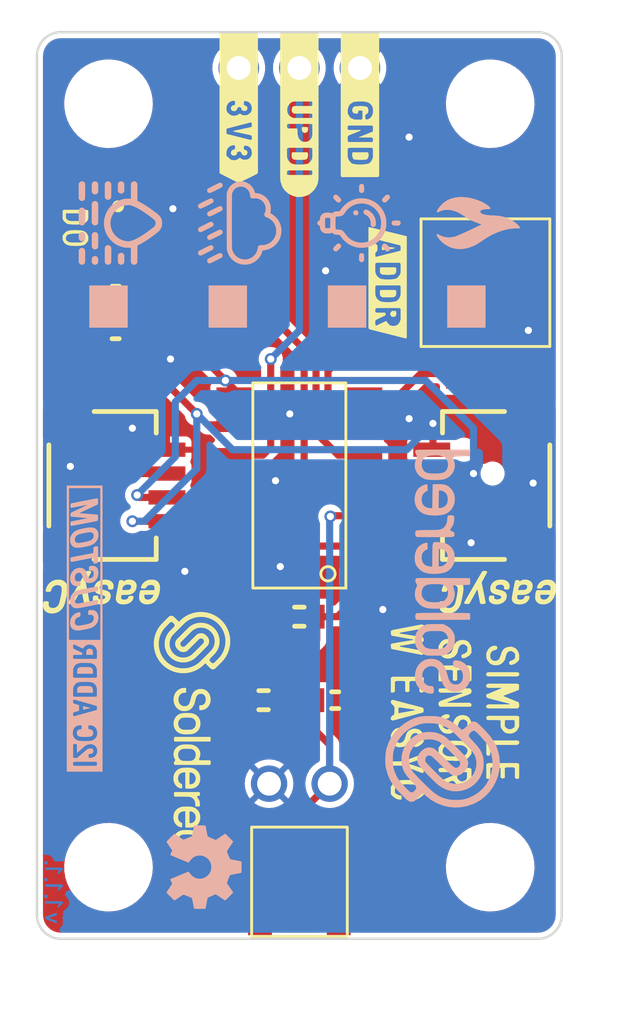
<source format=kicad_pcb>
(kicad_pcb (version 20210623) (generator pcbnew)
  (title_block (title "Light sensor easyC") (date "2021-07-05") (rev "V1.1.1.") (company "SOLDERED") (comment 1 "333076"))
  (layers (0 "F.Cu" signal) (31 "B.Cu" signal) (34 "B.Paste" user) (35 "F.Paste" user) (36 "B.SilkS" user "B.Silkscreen") (37 "F.SilkS" user "F.Silkscreen") (38 "B.Mask" user) (39 "F.Mask" user) (44 "Edge.Cuts" user))
  (net 0 "")
  (net 1 "A0")
  (net 2 "GND")
  (net 3 "3V3")
  (net 4 "Net-(D1-Pad1)")
  (net 5 "SDA")
  (net 6 "SCL")
  (net 7 "UPDI")
  (net 8 "ADD3")
  (net 9 "ADD2")
  (net 10 "ADD1")
  (net 11 "D0")
  (footprint "e-radionica.com footprinti:easyC-connector" (layer "F.Cu") (at 112.1 127.8 90)
    (fp_text reference "K3")
    (fp_text value "easyC-SMD")
    (pad "1" smd rect locked (at -1.5 2.15 90) (size 0.6 1.55) (layers "F.Cu" "F.Paste" "F.Mask") (net 6 "SCL"))
    (pad "2" smd rect locked (at -0.5 2.15 90) (size 0.6 1.55) (layers "F.Cu" "F.Paste" "F.Mask") (net 5 "SDA"))
    (pad "3" smd rect locked (at 0.5 2.15 90) (size 0.6 1.55) (layers "F.Cu" "F.Paste" "F.Mask") (net 3 "3V3"))
    (pad "4" smd rect locked (at 1.5 2.15 90) (size 0.6 1.55) (layers "F.Cu" "F.Paste" "F.Mask") (net 2 "GND"))
    (pad "5" smd rect locked (at -2.6 -2.15 90) (size 1.2 1.8) (layers "F.Cu" "F.Paste" "F.Mask") (net 2 "GND"))
    (pad "5" smd rect locked (at 2.6 -2.15 90) (size 1.2 1.8) (layers "F.Cu" "F.Paste" "F.Mask") (net 2 "GND"))
  )
  (footprint "e-radionica.com footprinti:0603R" (layer "F.Cu") (at 112.1 119.8 180)
    (fp_text reference "R3")
    (fp_text value "10k")
    (pad "1" smd rect locked (at -0.775 0 270) (size 1 0.64) (layers "F.Cu" "F.Paste" "F.Mask") (net 5 "SDA"))
    (pad "2" smd rect locked (at 0.775 0 270) (size 1 0.64) (layers "F.Cu" "F.Paste" "F.Mask") (net 3 "3V3"))
  )
  (footprint "e-radionica.com footprinti:HEADER-UPDI" (layer "F.Cu") (at 119.8 110.3)
    (fp_text reference "K4")
    (fp_text value "HEADER-UPDI")
    (pad "1" thru_hole circle locked (at -2.54 0) (size 1.7 1.7) (drill 1) (layers *.Cu *.Mask) (net 3 "3V3"))
    (pad "2" thru_hole circle locked (at 0 0) (size 1.7 1.7) (drill 1) (layers *.Cu *.Mask) (net 7 "UPDI"))
    (pad "3" thru_hole circle locked (at 2.54 0) (size 1.7 1.7) (drill 1) (layers *.Cu *.Mask) (net 2 "GND"))
  )
  (footprint "e-radionica.com footprinti:0603R" (layer "F.Cu") (at 112.1 121.3 180)
    (fp_text reference "R4")
    (fp_text value "10k")
    (pad "1" smd rect locked (at -0.775 0 270) (size 1 0.64) (layers "F.Cu" "F.Paste" "F.Mask") (net 6 "SCL"))
    (pad "2" smd rect locked (at 0.775 0 270) (size 1 0.64) (layers "F.Cu" "F.Paste" "F.Mask") (net 3 "3V3"))
  )
  (footprint "Soldered Graphics:Logo-Front-easyC-5mm" (layer "F.Cu") (at 111.5 132.3 180)
    (fp_text reference "G***" hide)
    (fp_text value "LOGO" hide)
  )
  (footprint "Soldered Graphics:Logo-Front-SolderedFULL-10mm" (layer "F.Cu") (at 115.3 138.1 -90)
    (fp_text reference "G***" hide)
    (fp_text value "LOGO" hide)
  )
  (footprint "e-radionica.com footprinti:FIDUCIAL_23" (layer "F.Cu") (at 127.8 119 -90)
    (fp_text reference "FD1")
    (fp_text value "FIDUCIAL")
    (fp_circle (center 0 0) (end 1 0) (layer "F.Cu") (width 0.2) (fill none))
    (pad "1" smd circle locked (at 0 0 270) (size 1 1) (layers "F.Cu" "F.Paste" "F.Mask") (clearance 1.1))
  )
  (footprint "e-radionica.com footprinti:0402LED" (layer "F.Cu") (at 111.6 117 90)
    (fp_text reference "D1")
    (fp_text value "purple")
    (pad "1" smd rect locked (at -0.55 0 180) (size 0.75 0.45) (layers "F.Cu" "F.Paste" "F.Mask") (net 4 "Net-(D1-Pad1)"))
    (pad "2" smd rect locked (at 0.55 0 180) (size 0.75 0.45) (layers "F.Cu" "F.Paste" "F.Mask") (net 2 "GND"))
  )
  (footprint "buzzardLabel" (layer "F.Cu") (at 126.3 137.3 -90)
    (fp_text reference "" (at 0 0 90) (layer "F.SilkS") (effects (font (size 1.27 1.27))))
    (fp_text value "" (at 0 0 90) (layer "F.SilkS") (effects (font (size 1.27 1.27))))
  )
  (footprint "e-radionica.com footprinti:JST-SH_2pin_1mm_C145954" (layer "F.Cu") (at 119.8 144.8)
    (fp_text reference "K1")
    (fp_text value "JST-SH_2pin_1mm_C145954")
    (pad "" smd rect (at 1.65 0.95) (size 1 1.8) (layers "F.Cu" "F.Paste" "F.Mask"))
    (pad "" smd rect (at -1.65 0.95) (size 1 1.8) (layers "F.Cu" "F.Paste" "F.Mask"))
    (pad "1" smd rect (at 0.5 -2.5) (size 0.4 1.6) (layers "F.Cu" "F.Paste" "F.Mask") (net 1 "A0"))
    (pad "2" smd rect (at -0.5 -2.5) (size 0.4 1.6) (layers "F.Cu" "F.Paste" "F.Mask") (net 2 "GND"))
  )
  (footprint "e-radionica.com footprinti:HOLE_3.2mm" (layer "F.Cu") (at 111.8 143.8 -90)
    (fp_text reference "H2" hide)
    (fp_text value "HOLE_3.2mm" hide)
    (pad "" np_thru_hole circle locked (at 0 0 270) (size 3.2 3.2) (drill 3.2) (layers F&B.Cu *.Mask))
  )
  (footprint "buzzardLabel" (layer "F.Cu") (at 119.8 108.4 -90)
    (fp_text reference "" (at 0 0 90) (layer "F.SilkS") (effects (font (size 1.27 1.27))))
    (fp_text value "" (at 0 0 90) (layer "F.SilkS") (effects (font (size 1.27 1.27))))
  )
  (footprint "e-radionica.com footprinti:0402R" (layer "F.Cu") (at 113 117 90)
    (fp_text reference "R2")
    (fp_text value "2k2")
    (pad "1" smd rect locked (at -0.5 0 180) (size 0.64 0.54) (layers "F.Cu" "F.Paste" "F.Mask") (net 11 "D0"))
    (pad "2" smd rect locked (at 0.5 0 180) (size 0.64 0.54) (layers "F.Cu" "F.Paste" "F.Mask") (net 4 "Net-(D1-Pad1)"))
  )
  (footprint "e-radionica.com footprinti:SOIC-14" (layer "F.Cu") (at 119.8 127.8 180)
    (fp_text reference "U1")
    (fp_text value "ATTINY404-SSNR")
    (pad "1" smd rect locked (at -2.7 -3.81 180) (size 1.55 0.6) (layers "F.Cu" "F.Paste" "F.Mask") (net 3 "3V3"))
    (pad "2" smd rect locked (at -2.7 -2.54 180) (size 1.55 0.6) (layers "F.Cu" "F.Paste" "F.Mask") (net 11 "D0"))
    (pad "3" smd rect locked (at -2.7 -1.27 180) (size 1.55 0.6) (layers "F.Cu" "F.Paste" "F.Mask") (net 1 "A0"))
    (pad "4" smd rect locked (at -2.7 0 180) (size 1.55 0.6) (layers "F.Cu" "F.Paste" "F.Mask"))
    (pad "5" smd rect locked (at -2.7 1.27 180) (size 1.55 0.6) (layers "F.Cu" "F.Paste" "F.Mask") (net 8 "ADD3"))
    (pad "6" smd rect locked (at -2.7 2.54 180) (size 1.55 0.6) (layers "F.Cu" "F.Paste" "F.Mask") (net 9 "ADD2"))
    (pad "7" smd rect locked (at -2.7 3.81 180) (size 1.55 0.6) (layers "F.Cu" "F.Paste" "F.Mask") (net 10 "ADD1"))
    (pad "8" smd rect locked (at 2.7 3.81 180) (size 1.55 0.6) (layers "F.Cu" "F.Paste" "F.Mask") (net 5 "SDA"))
    (pad "9" smd rect locked (at 2.7 2.54 180) (size 1.55 0.6) (layers "F.Cu" "F.Paste" "F.Mask") (net 6 "SCL"))
    (pad "10" smd rect locked (at 2.7 1.27 180) (size 1.55 0.6) (layers "F.Cu" "F.Paste" "F.Mask") (net 7 "UPDI"))
    (pad "11" smd rect locked (at 2.7 0 180) (size 1.55 0.6) (layers "F.Cu" "F.Paste" "F.Mask"))
    (pad "12" smd rect locked (at 2.7 -1.27 180) (size 1.55 0.6) (layers "F.Cu" "F.Paste" "F.Mask"))
    (pad "13" smd rect locked (at 2.7 -2.54 180) (size 1.55 0.6) (layers "F.Cu" "F.Paste" "F.Mask"))
    (pad "14" smd rect locked (at 2.7 -3.81 180) (size 1.55 0.6) (layers "F.Cu" "F.Paste" "F.Mask") (net 2 "GND"))
  )
  (footprint "Soldered Graphics:Logo-Back-OSH-3.5mm" (layer "F.Cu") (at 115.8 143.8 -90)
    (fp_text reference "G***" hide)
    (fp_text value "LOGO" hide)
  )
  (footprint "Soldered Graphics:Logo-Front-easyC-5mm" (layer "F.Cu") (at 128.1 132.3 180)
    (fp_text reference "G***" hide)
    (fp_text value "LOGO" hide)
  )
  (footprint "e-radionica.com footprinti:HOLE_3.2mm" (layer "F.Cu") (at 127.8 143.8 -90)
    (fp_text reference "H4" hide)
    (fp_text value "HOLE_3.2mm" hide)
    (pad "" np_thru_hole circle locked (at 0 0 270) (size 3.2 3.2) (drill 3.2) (layers F&B.Cu *.Mask))
  )
  (footprint "e-radionica.com footprinti:easyC-connector" (layer "F.Cu") (at 127.5 127.8 -90)
    (fp_text reference "K5")
    (fp_text value "easyC-SMD")
    (pad "1" smd rect locked (at -1.5 2.15 270) (size 0.6 1.55) (layers "F.Cu" "F.Paste" "F.Mask") (net 6 "SCL"))
    (pad "2" smd rect locked (at -0.5 2.15 270) (size 0.6 1.55) (layers "F.Cu" "F.Paste" "F.Mask") (net 5 "SDA"))
    (pad "3" smd rect locked (at 0.5 2.15 270) (size 0.6 1.55) (layers "F.Cu" "F.Paste" "F.Mask") (net 3 "3V3"))
    (pad "4" smd rect locked (at 1.5 2.15 270) (size 0.6 1.55) (layers "F.Cu" "F.Paste" "F.Mask") (net 2 "GND"))
    (pad "5" smd rect locked (at -2.6 -2.15 270) (size 1.2 1.8) (layers "F.Cu" "F.Paste" "F.Mask") (net 2 "GND"))
    (pad "5" smd rect locked (at 2.6 -2.15 270) (size 1.2 1.8) (layers "F.Cu" "F.Paste" "F.Mask") (net 2 "GND"))
  )
  (footprint "e-radionica.com footprinti:HEADER_MALE_2X1" (layer "F.Cu") (at 119.8 140.3)
    (fp_text reference "K2")
    (fp_text value "HEADER_MALE_2X1")
    (pad "1" thru_hole circle locked (at -1.27 0) (size 1.524 1.524) (drill 1) (layers *.Cu *.Mask) (net 2 "GND"))
    (pad "2" thru_hole circle locked (at 1.27 0) (size 1.524 1.524) (drill 1) (layers *.Cu *.Mask) (net 1 "A0"))
  )
  (footprint "buzzardLabel" (layer "F.Cu") (at 128.3 137.3 -90)
    (fp_text reference "" (at 0 0 90) (layer "F.SilkS") (effects (font (size 1.27 1.27))))
    (fp_text value "" (at 0 0 90) (layer "F.SilkS") (effects (font (size 1.27 1.27))))
  )
  (footprint "buzzardLabel" (layer "F.Cu") (at 123.5 119.3 -90)
    (fp_text reference "" (at 0 0 90) (layer "F.SilkS") (effects (font (size 1.27 1.27))))
    (fp_text value "" (at 0 0 90) (layer "F.SilkS") (effects (font (size 1.27 1.27))))
  )
  (footprint "e-radionica.com footprinti:HOLE_3.2mm" (layer "F.Cu") (at 127.8 111.8 -90)
    (fp_text reference "H3" hide)
    (fp_text value "HOLE_3.2mm" hide)
    (pad "" np_thru_hole circle locked (at 0 0 270) (size 3.2 3.2) (drill 3.2) (layers F&B.Cu *.Mask))
  )
  (footprint "buzzardLabel" (layer "F.Cu") (at 110.4 117 -90)
    (fp_text reference "" (at 0 0 90) (layer "F.SilkS") (effects (font (size 1.27 1.27))))
    (fp_text value "" (at 0 0 90) (layer "F.SilkS") (effects (font (size 1.27 1.27))))
  )
  (footprint "Soldered Graphics:Logo-Back-SolderedFULL-15mm" (layer "F.Cu") (at 125.8 133.8 -90)
    (fp_text reference "REF**" hide)
    (fp_text value "Logo-Front-SolderedFULL-15mm" hide)
  )
  (footprint "buzzardLabel" (layer "F.Cu") (at 117.26 108.4 -90)
    (fp_text reference "" (at 0 0 90) (layer "F.SilkS") (effects (font (size 1.27 1.27))))
    (fp_text value "" (at 0 0 90) (layer "F.SilkS") (effects (font (size 1.27 1.27))))
  )
  (footprint "e-radionica.com footprinti:0603R" (layer "F.Cu") (at 121.3 136.8)
    (fp_text reference "R1")
    (fp_text value "10k")
    (pad "1" smd rect locked (at -0.775 0 90) (size 1 0.64) (layers "F.Cu" "F.Paste" "F.Mask") (net 1 "A0"))
    (pad "2" smd rect locked (at 0.775 0 90) (size 1 0.64) (layers "F.Cu" "F.Paste" "F.Mask") (net 3 "3V3"))
  )
  (footprint "e-radionica.com footprinti:0603C" (layer "F.Cu") (at 119.8 133.3 180)
    (fp_text reference "C2")
    (fp_text value "0.1uF")
    (pad "1" smd rect locked (at -0.73 0 180) (size 0.66 1) (layers "F.Cu" "F.Paste" "F.Mask") (net 3 "3V3"))
    (pad "2" smd rect locked (at 0.73 0 180) (size 0.66 1) (layers "F.Cu" "F.Paste" "F.Mask") (net 2 "GND"))
  )
  (footprint "buzzardLabel" (layer "F.Cu") (at 124.3 137.3 -90)
    (fp_text reference "" (at 0 0 90) (layer "F.SilkS") (effects (font (size 1.27 1.27))))
    (fp_text value "" (at 0 0 90) (layer "F.SilkS") (effects (font (size 1.27 1.27))))
  )
  (footprint "e-radionica.com footprinti:HOLE_3.2mm" (layer "F.Cu") (at 111.8 111.8 -90)
    (fp_text reference "H1" hide)
    (fp_text value "HOLE_3.2mm" hide)
    (pad "" np_thru_hole circle locked (at 0 0 270) (size 3.2 3.2) (drill 3.2) (layers F&B.Cu *.Mask))
  )
  (footprint "e-radionica.com footprinti:0603C" (layer "F.Cu") (at 118.3 136.8)
    (fp_text reference "C1")
    (fp_text value "0.1uF")
    (pad "1" smd rect locked (at -0.73 0) (size 0.66 1) (layers "F.Cu" "F.Paste" "F.Mask") (net 2 "GND"))
    (pad "2" smd rect locked (at 0.73 0) (size 0.66 1) (layers "F.Cu" "F.Paste" "F.Mask") (net 1 "A0"))
  )
  (footprint "e-radionica.com footprinti:DSHP03TS-S" (layer "F.Cu") (at 127.6 119.3 90)
    (fp_text reference "K6")
    (fp_text value "DSHP03TS-S")
    (pad "1" smd rect locked (at -3.81 -1.27 180) (size 0.76 1.27) (layers "F.Cu" "F.Paste" "F.Mask") (net 10 "ADD1"))
    (pad "2" smd rect locked (at 3.81 -1.27 180) (size 0.76 1.27) (layers "F.Cu" "F.Paste" "F.Mask") (net 2 "GND"))
    (pad "3" smd rect locked (at -3.81 0 180) (size 0.76 1.27) (layers "F.Cu" "F.Paste" "F.Mask") (net 9 "ADD2"))
    (pad "4" smd rect locked (at 3.81 0 180) (size 0.76 1.27) (layers "F.Cu" "F.Paste" "F.Mask") (net 2 "GND"))
    (pad "5" smd rect locked (at -3.81 1.27 180) (size 0.76 1.27) (layers "F.Cu" "F.Paste" "F.Mask") (net 8 "ADD3"))
    (pad "6" smd rect locked (at 3.81 1.27 180) (size 0.76 1.27) (layers "F.Cu" "F.Paste" "F.Mask") (net 2 "GND"))
  )
  (footprint "buzzardLabel" (layer "F.Cu") (at 122.34 108.4 -90)
    (fp_text reference "" (at 0 0 90) (layer "F.SilkS") (effects (font (size 1.27 1.27))))
    (fp_text value "" (at 0 0 90) (layer "F.SilkS") (effects (font (size 1.27 1.27))))
  )
  (footprint "Soldered Graphics:Symbol-Front-Raining" (layer "B.Cu") (at 117.3 116.8 90)
    (fp_text reference "G***" hide)
    (fp_text value "LOGO" hide)
  )
  (footprint "buzzardLabel" (layer "B.Cu") (at 126.8 120.3 90)
    (fp_text reference "" (at 0 0 90) (layer "B.SilkS") (effects (font (size 1.27 1.27)) (justify mirror)))
    (fp_text value "" (at 0 0 90) (layer "B.SilkS") (effects (font (size 1.27 1.27)) (justify mirror)))
  )
  (footprint "buzzardLabel" (layer "B.Cu") (at 111.8 120.3 90)
    (fp_text reference "" (at 0 0 90) (layer "B.SilkS") (effects (font (size 1.27 1.27)) (justify mirror)))
    (fp_text value "" (at 0 0 90) (layer "B.SilkS") (effects (font (size 1.27 1.27)) (justify mirror)))
  )
  (footprint "buzzardLabel" (layer "B.Cu") (at 121.8 120.3 90)
    (fp_text reference "" (at 0 0 90) (layer "B.SilkS") (effects (font (size 1.27 1.27)) (justify mirror)))
    (fp_text value "" (at 0 0 90) (layer "B.SilkS") (effects (font (size 1.27 1.27)) (justify mirror)))
  )
  (footprint "buzzardLabel" (layer "B.Cu") (at 116.8 120.3 90)
    (fp_text reference "" (at 0 0 90) (layer "B.SilkS") (effects (font (size 1.27 1.27)) (justify mirror)))
    (fp_text value "" (at 0 0 90) (layer "B.SilkS") (effects (font (size 1.27 1.27)) (justify mirror)))
  )
  (footprint "Soldered Graphics:Symbol-Front-Light" (layer "B.Cu") (at 122.3 116.8 90)
    (fp_text reference "G***" hide)
    (fp_text value "LOGO" hide)
  )
  (footprint "Soldered Graphics:Symbol-Front_I2C_ADDR_CUSTOM" (layer "B.Cu") (at 110.8 133.8 90)
    (fp_text reference "REF**" hide)
    (fp_text value "Symbol-Front_I2C_ADDR_CUSTOM" hide)
  )
  (footprint "Soldered Graphics:Symbol-Front-Flame" (layer "B.Cu") (at 127.3 116.8 90)
    (fp_text reference "G***" hide)
    (fp_text value "LOGO" hide)
  )
  (footprint "Soldered Graphics:Symbol-Front-Water-Sensoric" (layer "B.Cu") (at 112.3 116.8 90)
    (fp_text reference "G***" hide)
    (fp_text value "LOGO" hide)
  )
  (footprint "Soldered Graphics:Version1.1.1." (layer "B.Cu") (at 109.5 144.8 90)
    (fp_text reference "REF**" hide)
    (fp_text value "Version1.1.1." hide)
    (fp_poly (pts (xy 0.91 -0.35) (xy 0.96 -0.35) (xy 0.98 -0.31) (xy 0.98 0.35) (xy 0.95 0.38) (xy 0.89 0.38) (xy 0.86 0.34) (xy 0.74 0.22) (xy 0.73 0.17) (xy 0.76 0.16) (xy 0.85 0.22) (xy 0.89 0.23) (xy 0.89 -0.31) (xy 0.91 -0.35)) (layer "B.Cu") (width 0.01) (fill solid))
    (fp_poly (pts (xy 0.43 -0.38) (xy 0.48 -0.38) (xy 0.54 -0.37) (xy 0.54 -0.33) (xy 0.54 -0.27) (xy 0.5 -0.26) (xy 0.45 -0.26) (xy 0.42 -0.29) (xy 0.42 -0.34) (xy 0.43 -0.38)) (layer "B.Cu") (width 0.01) (fill solid))
    (fp_poly (pts (xy 0.21 -0.35) (xy 0.26 -0.35) (xy 0.28 -0.31) (xy 0.28 0.35) (xy 0.24 0.38) (xy 0.19 0.38) (xy 0.15 0.34) (xy 0.04 0.22) (xy 0.02 0.17) (xy 0.05 0.16) (xy 0.14 0.22) (xy 0.18 0.23) (xy 0.18 -0.31) (xy 0.21 -0.35)) (layer "B.Cu") (width 0.01) (fill solid))
    (fp_poly (pts (xy -1.15 -0.35) (xy -1.1 -0.35) (xy -1.07 -0.31) (xy -0.92 0.1) (xy -0.94 0.13) (xy -0.99 0.13) (xy -1.02 0.1) (xy -1.11 -0.16) (xy -1.13 -0.21) (xy -1.15 -0.17) (xy -1.24 0.09) (xy -1.26 0.13) (xy -1.32 0.13) (xy -1.34 0.1) (xy -1.18 -0.31) (xy -1.15 -0.35)) (layer "B.Cu") (width 0.01) (fill solid))
    (fp_poly (pts (xy -0.27 -0.38) (xy -0.22 -0.38) (xy -0.17 -0.37) (xy -0.16 -0.33) (xy -0.16 -0.27) (xy -0.21 -0.26) (xy -0.26 -0.26) (xy -0.29 -0.29) (xy -0.29 -0.34) (xy -0.27 -0.38)) (layer "B.Cu") (width 0.01) (fill solid))
    (fp_poly (pts (xy 1.14 -0.38) (xy 1.19 -0.38) (xy 1.24 -0.37) (xy 1.25 -0.33) (xy 1.25 -0.27) (xy 1.2 -0.26) (xy 1.15 -0.26) (xy 1.12 -0.29) (xy 1.12 -0.34) (xy 1.14 -0.38)) (layer "B.Cu") (width 0.01) (fill solid))
    (fp_poly (pts (xy -0.5 -0.35) (xy -0.44 -0.35) (xy -0.43 -0.31) (xy -0.43 0.35) (xy -0.46 0.38) (xy -0.52 0.38) (xy -0.55 0.34) (xy -0.67 0.22) (xy -0.68 0.17) (xy -0.65 0.16) (xy -0.56 0.22) (xy -0.52 0.23) (xy -0.52 -0.31) (xy -0.5 -0.35)) (layer "B.Cu") (width 0.01) (fill solid))
  )
  (gr_line (start 130.8 109.8) (end 130.8 145.8) (layer "Edge.Cuts") (width 0.1))
  (gr_arc (start 129.8 109.8) (end 130.8 109.8) (angle -90) (layer "Edge.Cuts") (width 0.1))
  (gr_arc (start 129.8 145.8) (end 130.8 145.8) (angle 90) (layer "Edge.Cuts") (width 0.1))
  (gr_line (start 109.8 108.8) (end 129.8 108.8) (layer "Edge.Cuts") (width 0.1))
  (gr_line (start 129.8 146.8) (end 109.8 146.8) (layer "Edge.Cuts") (width 0.1))
  (gr_arc (start 109.8 145.8) (end 108.8 145.8) (angle -90) (layer "Edge.Cuts") (width 0.1))
  (gr_line (start 108.8 145.8) (end 108.8 109.8) (layer "Edge.Cuts") (width 0.1))
  (gr_arc (start 109.8 109.8) (end 108.8 109.8) (angle 90) (layer "Edge.Cuts") (width 0.1))
  (segment (start 121.1 129.1) (end 121.13 129.07) (width 0.3) (layer "F.Cu") (net 1))
  (segment (start 119.03 136.8) (end 120.525 136.8) (width 0.3) (layer "F.Cu") (net 1))
  (segment (start 120.525 138.125) (end 121.07 138.67) (width 0.3) (layer "F.Cu") (net 1))
  (segment (start 120.525 136.8) (end 120.525 138.125) (width 0.3) (layer "F.Cu") (net 1))
  (segment (start 120.3 141.07) (end 121.07 140.3) (width 0.3) (layer "F.Cu") (net 1))
  (segment (start 120.3 142.3) (end 120.3 141.07) (width 0.3) (layer "F.Cu") (net 1))
  (segment (start 121.13 129.07) (end 122.5 129.07) (width 0.3) (layer "F.Cu") (net 1))
  (segment (start 121.07 138.67) (end 121.07 140.3) (width 0.3) (layer "F.Cu") (net 1))
  (via (at 121.1 129.1) (size 0.5) (drill 0.3) (layers "F.Cu" "B.Cu") (net 1))
  (segment (start 121.1 129.1) (end 121.07 129.13) (width 0.3) (layer "B.Cu") (net 1))
  (segment (start 121.07 129.13) (end 121.07 140.3) (width 0.3) (layer "B.Cu") (net 1))
  (via (at 114.5 116.2) (size 0.5) (drill 0.3) (layers "F.Cu" "B.Cu") (net 2))
  (via (at 127 130.2) (size 0.5) (drill 0.3) (layers "F.Cu" "B.Cu") (net 2))
  (via (at 129.4 121.3) (size 0.5) (drill 0.3) (layers "F.Cu" "B.Cu") (net 2))
  (via (at 114.4 122.5) (size 0.5) (drill 0.3) (layers "F.Cu" "B.Cu") (net 2))
  (via (at 129.6 127.7) (size 0.5) (drill 0.3) (layers "F.Cu" "B.Cu") (net 2))
  (via (at 120.9 118.8) (size 0.5) (drill 0.3) (layers "F.Cu" "B.Cu") (net 2))
  (via (at 119 131.2) (size 0.5) (drill 0.3) (layers "F.Cu" "B.Cu") (net 2))
  (via (at 124.4 113.2) (size 0.5) (drill 0.3) (layers "F.Cu" "B.Cu") (net 2))
  (via (at 119.4 124.8) (size 0.5) (drill 0.3) (layers "F.Cu" "B.Cu") (net 2))
  (via (at 110.2 127) (size 0.5) (drill 0.3) (layers "F.Cu" "B.Cu") (net 2))
  (via (at 118.8 127.6) (size 0.5) (drill 0.3) (layers "F.Cu" "B.Cu") (net 2))
  (via (at 112.8 125.4) (size 0.5) (drill 0.3) (layers "F.Cu" "B.Cu") (net 2))
  (via (at 124.4 125) (size 0.5) (drill 0.3) (layers "F.Cu" "B.Cu") (net 2))
  (via (at 123.3 133) (size 0.5) (drill 0.3) (layers "F.Cu" "B.Cu") (net 2))
  (via (at 115 131.4) (size 0.5) (drill 0.3) (layers "F.Cu" "B.Cu") (net 2))
  (segment (start 124.1 128.7) (end 124.1 131.3) (width 0.3) (layer "F.Cu") (net 3))
  (segment (start 124.1 131.3) (end 123.79 131.61) (width 0.3) (layer "F.Cu") (net 3))
  (segment (start 120.53 134.27) (end 120.53 133.3) (width 0.3) (layer "F.Cu") (net 3))
  (segment (start 111.325 119.8) (end 110.5 119.8) (width 0.3) (layer "F.Cu") (net 3))
  (segment (start 111 115) (end 115 115) (width 0.3) (layer "F.Cu") (net 3))
  (segment (start 111.7 123) (end 111.3 122.6) (width 0.3) (layer "F.Cu") (net 3))
  (segment (start 112.6 127.3) (end 111.7 126.4) (width 0.3) (layer "F.Cu") (net 3))
  (segment (start 124.5 128.3) (end 124.1 128.7) (width 0.3) (layer "F.Cu") (net 3))
  (segment (start 122.075 132.625) (end 122.1 132.6) (width 0.3) (layer "F.Cu") (net 3))
  (segment (start 122.1 132.6) (end 122.5 132.2) (width 0.3) (layer "F.Cu") (net 3))
  (segment (start 117.26 112.74) (end 117.26 110.3) (width 0.3) (layer "F.Cu") (net 3))
  (segment (start 115 115) (end 117.26 112.74) (width 0.3) (layer "F.Cu") (net 3))
  (segment (start 114.25 127.3) (end 112.6 127.3) (width 0.3) (layer "F.Cu") (net 3))
  (segment (start 111.325 121.3) (end 111.325 119.8) (width 0.3) (layer "F.Cu") (net 3))
  (segment (start 109.9 119.2) (end 109.9 116.1) (width 0.3) (layer "F.Cu") (net 3))
  (segment (start 111.7 130.8) (end 115.6 134.7) (width 0.3) (layer "F.Cu") (net 3))
  (segment (start 109.9 116.1) (end 111 115) (width 0.3) (layer "F.Cu") (net 3))
  (segment (start 125.35 128.3) (end 124.5 128.3) (width 0.3) (layer "F.Cu") (net 3))
  (segment (start 111.3 122.6) (end 111.325 122.575) (width 0.3) (layer "F.Cu") (net 3))
  (segment (start 110.5 119.8) (end 109.9 119.2) (width 0.3) (layer "F.Cu") (net 3))
  (segment (start 121.4 133.3) (end 122.1 132.6) (width 0.3) (layer "F.Cu") (net 3))
  (segment (start 111.7 126.4) (end 111.7 130.8) (width 0.3) (layer "F.Cu") (net 3))
  (segment (start 111.7 126.4) (end 111.7 123) (width 0.3) (layer "F.Cu") (net 3))
  (segment (start 111.325 122.575) (end 111.325 121.3) (width 0.3) (layer "F.Cu") (net 3))
  (segment (start 115.6 134.7) (end 120.1 134.7) (width 0.3) (layer "F.Cu") (net 3))
  (segment (start 120.53 133.3) (end 121.4 133.3) (width 0.3) (layer "F.Cu") (net 3))
  (segment (start 120.1 134.7) (end 120.53 134.27) (width 0.3) (layer "F.Cu") (net 3))
  (segment (start 122.075 136.8) (end 122.075 132.625) (width 0.3) (layer "F.Cu") (net 3))
  (segment (start 122.5 132.2) (end 122.5 131.61) (width 0.3) (layer "F.Cu") (net 3))
  (segment (start 123.79 131.61) (end 122.5 131.61) (width 0.3) (layer "F.Cu") (net 3))
  (segment (start 113 116.5) (end 112.8 116.5) (width 0.3) (layer "F.Cu") (net 4))
  (segment (start 111.75 117.55) (end 111.6 117.55) (width 0.3) (layer "F.Cu") (net 4))
  (segment (start 112.8 116.5) (end 111.75 117.55) (width 0.3) (layer "F.Cu") (net 4))
  (segment (start 127.1 127.3) (end 125.35 127.3) (width 0.3) (layer "F.Cu") (net 5))
  (segment (start 113.1 128.3) (end 113 128.2) (width 0.3) (layer "F.Cu") (net 5))
  (segment (start 117.1 123.99) (end 117.1 123.8) (width 0.3) (layer "F.Cu") (net 5))
  (segment (start 114.25 128.3) (end 113.1 128.3) (width 0.3) (layer "F.Cu") (net 5))
  (segment (start 117.1 123.8) (end 114.65 121.35) (width 0.3) (layer "F.Cu") (net 5))
  (segment (start 114.65 121.35) (end 113.1 119.8) (width 0.3) (layer "F.Cu") (net 5))
  (segment (start 113.1 119.8) (end 112.875 119.8) (width 0.3) (layer "F.Cu") (net 5))
  (via (at 127.1 127.3) (size 0.5) (drill 0.3) (layers "F.Cu" "B.Cu") (net 5))
  (via (at 113 128.2) (size 0.5) (drill 0.3) (layers "F.Cu" "B.Cu") (net 5))
  (via (at 116.7 123.4) (size 0.5) (drill 0.3) (layers "F.Cu" "B.Cu") (net 5))
  (segment (start 125.1 123.4) (end 116.7 123.4) (width 0.3) (layer "B.Cu") (net 5))
  (segment (start 127.1 125.4) (end 125.1 123.4) (width 0.3) (layer "B.Cu") (net 5))
  (segment (start 115.5 123.4) (end 114.6 124.3) (width 0.3) (layer "B.Cu") (net 5))
  (segment (start 114.6 124.3) (end 114.6 126.6) (width 0.3) (layer "B.Cu") (net 5))
  (segment (start 116.7 123.4) (end 115.5 123.4) (width 0.3) (layer "B.Cu") (net 5))
  (segment (start 114.6 126.6) (end 113 128.2) (width 0.3) (layer "B.Cu") (net 5))
  (segment (start 127.1 127.3) (end 127.1 125.4) (width 0.3) (layer "B.Cu") (net 5))
  (segment (start 115.5 124.8) (end 112.875 122.175) (width 0.3) (layer "F.Cu") (net 6))
  (segment (start 115.96 125.26) (end 117.1 125.26) (width 0.3) (layer "F.Cu") (net 6))
  (segment (start 115.5 124.8) (end 115.96 125.26) (width 0.3) (layer "F.Cu") (net 6))
  (segment (start 114.25 129.3) (end 112.8 129.3) (width 0.3) (layer "F.Cu") (net 6))
  (segment (start 125.4 125.2) (end 125.4 126.25) (width 0.3) (layer "F.Cu") (net 6))
  (segment (start 112.875 122.175) (end 112.875 121.3) (width 0.3) (layer "F.Cu") (net 6))
  (segment (start 125.4 126.25) (end 125.35 126.3) (width 0.3) (layer "F.Cu") (net 6))
  (via (at 115.5 124.8) (size 0.5) (drill 0.3) (layers "F.Cu" "B.Cu") (net 6))
  (via (at 112.8 129.3) (size 0.5) (drill 0.3) (layers "F.Cu" "B.Cu") (net 6))
  (via (at 125.4 125.2) (size 0.5) (drill 0.3) (layers "F.Cu" "B.Cu") (net 6))
  (segment (start 113.3 129.3) (end 112.8 129.3) (width 0.3) (layer "B.Cu") (net 6))
  (segment (start 117 126.3) (end 115.5 124.8) (width 0.3) (layer "B.Cu") (net 6))
  (segment (start 125.4 125.2) (end 124.3 126.3) (width 0.3) (layer "B.Cu") (net 6))
  (segment (start 115.5 127.1) (end 113.3 129.3) (width 0.3) (layer "B.Cu") (net 6))
  (segment (start 115.5 124.8) (end 115.5 127.1) (width 0.3) (layer "B.Cu") (net 6))
  (segment (start 124.3 126.3) (end 117 126.3) (width 0.3) (layer "B.Cu") (net 6))
  (segment (start 118.6 122.5) (end 118.6 126.2) (width 0.3) (layer "F.Cu") (net 7))
  (segment (start 118.6 126.2) (end 118.27 126.53) (width 0.3) (layer "F.Cu") (net 7))
  (segment (start 118.27 126.53) (end 117.1 126.53) (width 0.3) (layer "F.Cu") (net 7))
  (via (at 118.6 122.5) (size 0.5) (drill 0.3) (layers "F.Cu" "B.Cu") (net 7))
  (segment (start 118.6 122.5) (end 119.8 121.3) (width 0.3) (layer "B.Cu") (net 7))
  (segment (start 119.8 121.3) (end 119.8 110.3) (width 0.3) (layer "B.Cu") (net 7))
  (segment (start 121.7 121.4) (end 128 121.4) (width 0.3) (layer "F.Cu") (net 8))
  (segment (start 121.43 126.53) (end 120.49952 125.59952) (width 0.3) (layer "F.Cu") (net 8))
  (segment (start 120.49952 125.59952) (end 120.49952 122.60048) (width 0.3) (layer "F.Cu") (net 8))
  (segment (start 122.5 126.53) (end 121.43 126.53) (width 0.3) (layer "F.Cu") (net 8))
  (segment (start 128 121.4) (end 128.87 122.27) (width 0.3) (layer "F.Cu") (net 8))
  (segment (start 128.87 122.27) (end 128.87 123.11) (width 0.3) (layer "F.Cu") (net 8))
  (segment (start 120.49952 122.60048) (end 121.7 121.4) (width 0.3) (layer "F.Cu") (net 8))
  (segment (start 127.6 122.3) (end 127.6 123.11) (width 0.3) (layer "F.Cu") (net 9))
  (segment (start 121 123) (end 122.1 121.9) (width 0.3) (layer "F.Cu") (net 9))
  (segment (start 122.1 121.9) (end 127.2 121.9) (width 0.3) (layer "F.Cu") (net 9))
  (segment (start 121 124.8) (end 121 123) (width 0.3) (layer "F.Cu") (net 9))
  (segment (start 127.2 121.9) (end 127.6 122.3) (width 0.3) (layer "F.Cu") (net 9))
  (segment (start 121.46 125.26) (end 121 124.8) (width 0.3) (layer "F.Cu") (net 9))
  (segment (start 122.5 125.26) (end 121.46 125.26) (width 0.3) (layer "F.Cu") (net 9))
  (segment (start 124.01 123.99) (end 124.89 123.11) (width 0.3) (layer "F.Cu") (net 10))
  (segment (start 122.5 123.99) (end 124.01 123.99) (width 0.3) (layer "F.Cu") (net 10))
  (segment (start 124.89 123.11) (end 126.33 123.11) (width 0.3) (layer "F.Cu") (net 10))
  (segment (start 115.4 117.5) (end 120 122.1) (width 0.3) (layer "F.Cu") (net 11))
  (segment (start 113 117.5) (end 115.4 117.5) (width 0.3) (layer "F.Cu") (net 11))
  (segment (start 120.44 130.34) (end 122.5 130.34) (width 0.3) (layer "F.Cu") (net 11))
  (segment (start 120 129.9) (end 120.44 130.34) (width 0.3) (layer "F.Cu") (net 11))
  (segment (start 120 122.1) (end 120 129.9) (width 0.3) (layer "F.Cu") (net 11))
  (zone (net 2) (net_name "GND") (layers F&B.Cu) (connect_pads (clearance 0.254)) (min_thickness 0.254) (fill yes (thermal_gap 0.254) (thermal_bridge_width 0.254))
    (polygon (pts (xy 108.8 146.8) (xy 108.8 108.8) (xy 130.8 108.8) (xy 130.8 146.8)))
  )
)
</source>
